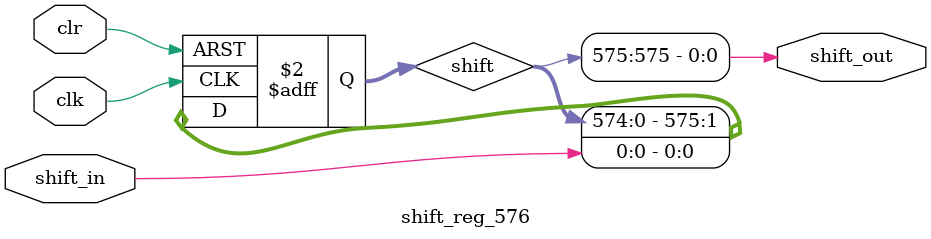
<source format=v>


module shift_reg_576 #(
    parameter size = 575
) (
    shift_in,
    clk,
    clr,
    shift_out
);

  // Port Declaration
  input shift_in;
  input clk;
  input clr;
  output shift_out;

  reg [size:0] shift;  // shift register  

  always @(posedge clk or posedge clr) begin
    if (clr) shift = 0;
    else shift = {shift[size-1:0], shift_in};
  end

  assign shift_out = shift[size];

endmodule

</source>
